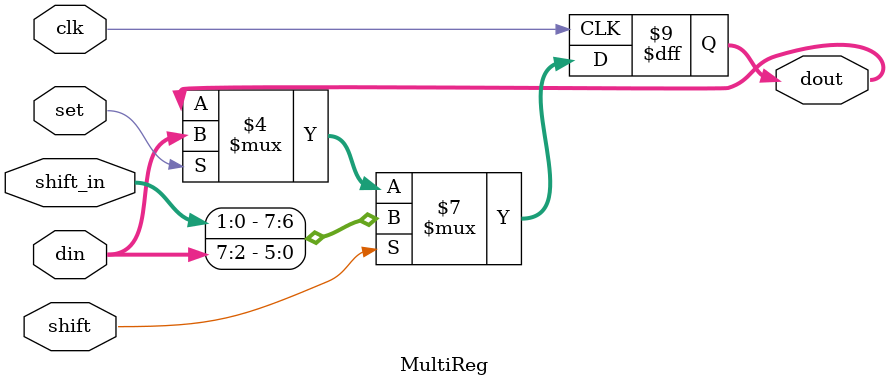
<source format=v>
`timescale 1ns / 1ps


// Define a module for a multi-functional register with parameterizable width N.
module MultiReg #(
    parameter N = 8  // N is the number of bits in the register.
)(
    input clk,                    // Clock input: triggers the operations within the register.
    input set,                    // Set control: if high, load 'din' into the register.
    input shift,                  // Shift control: if high, perform a shift operation on the register content.
    input [1:0] shift_in,         // 2-bit input value to be shifted into the register from the left.
    input [N-1:0] din,            // Data input: value to load into the register when 'set' is high.
    output reg [N-1:0] dout       // Data output: the current value of the register.
);
    
    // Sequential logic block triggered by the rising edge of the clock.
    always @(posedge clk) begin
        if (shift == 1'b1) begin
            // When 'shift' is high, perform a shift operation.
            // The content of 'dout' is updated to include the 2-bit 'shift_in' value at the left
            // and the existing 'din' data shifted right by two positions.
            dout <= {shift_in, din[N-1:2]};
        end 
        else if (set == 1'b1) begin
            // When 'set' is high, load the 'din' value directly into 'dout'.
            // This operation overrides the shifting behavior if both 'shift' and 'set' are high.
            dout <= din;  
        end
    end

endmodule


</source>
